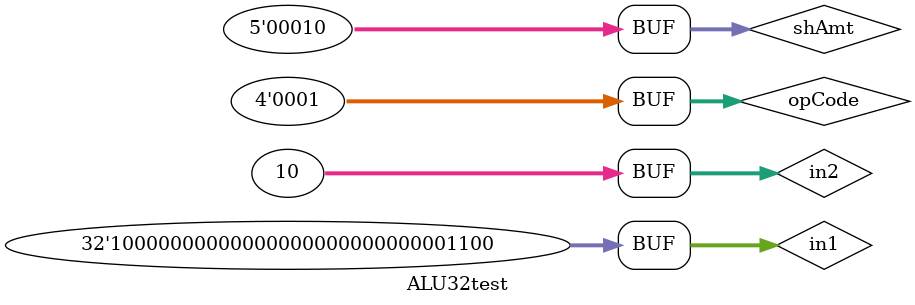
<source format=v>
`timescale 1ns / 1ps


module ALU32test;

	// Inputs
	reg [3:0] opCode;
	reg [31:0] in1;
	reg [31:0] in2;
	reg [4:0] shAmt;

	// Outputs
	wire [31:0] out;

	// Instantiate the Unit Under Test (UUT)
	ALU32 uut (
		.opCode(opCode), 
		.in1(in1), 
		.in2(in2), 
		.shAmt(shAmt), 
		.out(out)
	);

	initial begin
		// Initialize Inputs
		opCode = 0;
		in1 = 0;
		in2 = 0;
		shAmt = 0;

		// Wait 100 ns for global reset to finish
		#100;
        
		// Add stimulus here
		//add
		opCode = 4'b1100;
		in1 = 110;
		in2 = 10;
		shAmt = 0;
		#100;
		
		//substranct
		opCode = 4'b1110;
		in1 = 110;
		in2 = 10;
		shAmt = 0;
		#100;
		
		//and
		opCode = 4'b0100;
		in1 = 110;
		in2 = 10;
		shAmt = 0;
		#100;
		
		//or
		opCode = 4'b0110;
		in1 = 110;
		in2 = 10;
		shAmt = 0;
		#100;				
		
		//nor
		opCode = 4'b1000;
		in1 = 110;
		in2 = 10;
		shAmt = 0;
		#100;				
		
		//xor
		opCode = 4'b1010;
		in1 = 110;
		in2 = 10;
		shAmt = 0;
		#100;
		
		//sll
		opCode = 4'b0010;
		in1 = 32'b001110;
		in2 = 10;
		shAmt = 2;
		#100;
		
		//srl
		opCode = 4'b0000;
		in1 = 32'b0011000;
		in2 = 10;
		shAmt = 2;
		#100;
		
		//sra
		opCode = 4'b0001;
		in1 = 32'b1111000;
		in2 = 10;
		shAmt = 2;
		#100;
		
		//sra
		opCode = 4'b0001;
		in1 = 32'b10000000000000000000000000001100;
		in2 = 10;
		shAmt = 2;
		#100;

	end
	
	initial begin
		$monitor("in1=%b, in2=%b, out=%b, shAmt=%b, opcode=%b\nin1=%d, in2=%d, out=%d, shAmt=%d, opcode=%d\n", in1, in2, out, shAmt, opCode, in1, in2, out, shAmt, opCode);
	end
      
endmodule


</source>
